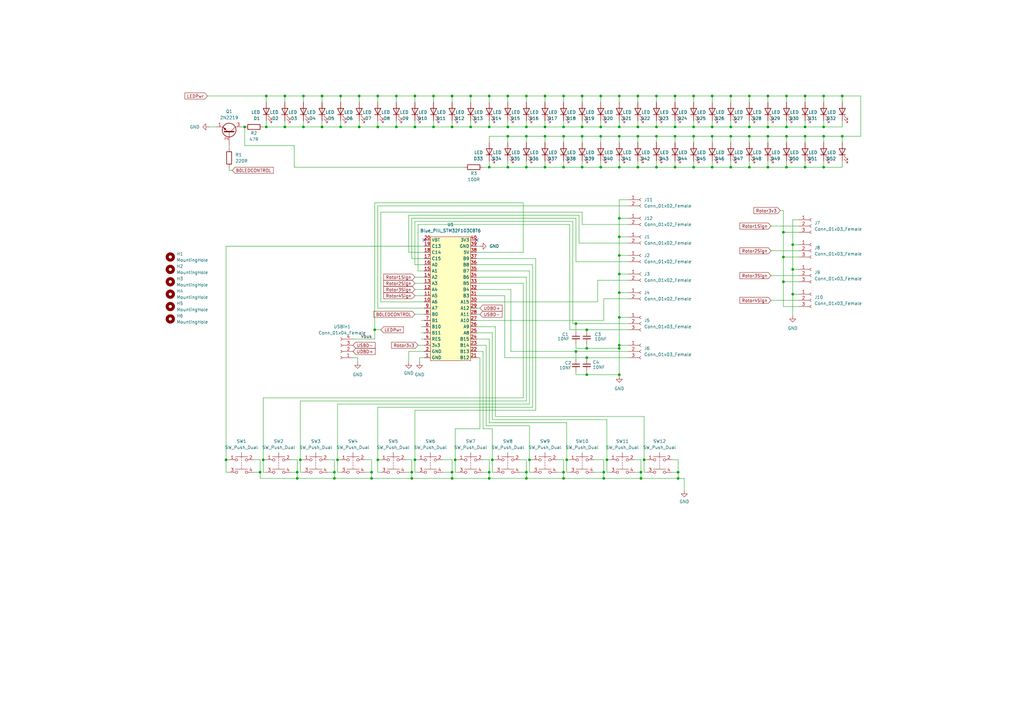
<source format=kicad_sch>
(kicad_sch (version 20211123) (generator eeschema)
  (paper "A3")
  (junction (at 284.48 55.88))
  (junction (at 269.24 52.07))
  (junction (at 261.62 68.58))
  (junction (at 254 97.155))
  (junction (at 238.76 55.88))
  (junction (at 147.32 52.07))
  (junction (at 200.66 68.58))
  (junction (at 322.58 52.07))
  (junction (at 124.46 52.07))
  (junction (at 200.66 39.37))
  (junction (at 307.34 55.88))
  (junction (at 170.18 188.595))
  (junction (at 193.04 52.07))
  (junction (at 321.31 105.41))
  (junction (at 330.2 55.88))
  (junction (at 106.68 193.675))
  (junction (at 232.41 188.595))
  (junction (at 153.67 135.255))
  (junction (at 137.16 196.215))
  (junction (at 123.19 188.595))
  (junction (at 168.91 196.215))
  (junction (at 299.72 39.37))
  (junction (at 215.9 68.58))
  (junction (at 215.9 193.675))
  (junction (at 186.69 188.595))
  (junction (at 278.13 196.215))
  (junction (at 246.38 52.07))
  (junction (at 215.9 39.37))
  (junction (at 269.24 39.37))
  (junction (at 139.7 52.07))
  (junction (at 121.92 193.675))
  (junction (at 217.17 188.595))
  (junction (at 137.16 193.675))
  (junction (at 246.38 55.88))
  (junction (at 246.38 68.58))
  (junction (at 231.14 39.37))
  (junction (at 322.58 68.58))
  (junction (at 314.96 68.58))
  (junction (at 168.91 193.675))
  (junction (at 264.16 188.595))
  (junction (at 223.52 68.58))
  (junction (at 254 52.07))
  (junction (at 223.52 39.37))
  (junction (at 162.56 39.37))
  (junction (at 345.44 39.37))
  (junction (at 247.65 196.215))
  (junction (at 337.82 68.58))
  (junction (at 152.4 193.675))
  (junction (at 154.94 39.37))
  (junction (at 276.86 68.58))
  (junction (at 231.14 52.07))
  (junction (at 238.76 39.37))
  (junction (at 147.32 39.37))
  (junction (at 100.33 52.07))
  (junction (at 262.89 196.215))
  (junction (at 247.65 193.675))
  (junction (at 345.44 55.88))
  (junction (at 307.34 39.37))
  (junction (at 322.58 39.37))
  (junction (at 314.96 52.07))
  (junction (at 254 130.175))
  (junction (at 200.66 193.675))
  (junction (at 307.34 52.07))
  (junction (at 138.43 188.595))
  (junction (at 240.665 135.255))
  (junction (at 170.18 39.37))
  (junction (at 240.665 153.67))
  (junction (at 262.89 193.675))
  (junction (at 337.82 55.88))
  (junction (at 246.38 39.37))
  (junction (at 254 142.875))
  (junction (at 185.42 39.37))
  (junction (at 284.48 52.07))
  (junction (at 325.12 110.49))
  (junction (at 116.84 52.07))
  (junction (at 238.76 68.58))
  (junction (at 170.18 52.07))
  (junction (at 201.93 188.595))
  (junction (at 321.31 95.25))
  (junction (at 254 55.88))
  (junction (at 254 153.67))
  (junction (at 325.12 120.65))
  (junction (at 278.13 193.675))
  (junction (at 254 104.775))
  (junction (at 269.24 55.88))
  (junction (at 276.86 39.37))
  (junction (at 337.82 39.37))
  (junction (at 223.52 52.07))
  (junction (at 152.4 196.215))
  (junction (at 215.9 52.07))
  (junction (at 208.28 68.58))
  (junction (at 240.665 142.875))
  (junction (at 321.31 115.57))
  (junction (at 314.96 39.37))
  (junction (at 231.14 68.58))
  (junction (at 109.22 52.07))
  (junction (at 121.92 196.215))
  (junction (at 215.9 196.215))
  (junction (at 314.96 55.88))
  (junction (at 236.22 144.145))
  (junction (at 292.1 52.07))
  (junction (at 284.48 39.37))
  (junction (at 200.66 196.215))
  (junction (at 330.2 39.37))
  (junction (at 208.28 39.37))
  (junction (at 208.28 52.07))
  (junction (at 231.14 193.675))
  (junction (at 269.24 68.58))
  (junction (at 215.9 55.88))
  (junction (at 200.66 52.07))
  (junction (at 236.22 132.715))
  (junction (at 185.42 193.675))
  (junction (at 299.72 68.58))
  (junction (at 124.46 39.37))
  (junction (at 92.71 188.595))
  (junction (at 177.8 52.07))
  (junction (at 292.1 68.58))
  (junction (at 162.56 52.07))
  (junction (at 292.1 55.88))
  (junction (at 254 141.605))
  (junction (at 261.62 52.07))
  (junction (at 276.86 55.88))
  (junction (at 240.665 146.685))
  (junction (at 238.76 52.07))
  (junction (at 109.22 39.37))
  (junction (at 231.14 196.215))
  (junction (at 185.42 52.07))
  (junction (at 107.95 188.595))
  (junction (at 177.8 39.37))
  (junction (at 248.92 188.595))
  (junction (at 154.94 188.595))
  (junction (at 208.28 55.88))
  (junction (at 223.52 55.88))
  (junction (at 254 39.37))
  (junction (at 254 89.535))
  (junction (at 299.72 55.88))
  (junction (at 116.84 39.37))
  (junction (at 231.14 55.88))
  (junction (at 254 68.58))
  (junction (at 254 112.395))
  (junction (at 254 120.015))
  (junction (at 139.7 39.37))
  (junction (at 284.48 68.58))
  (junction (at 261.62 55.88))
  (junction (at 299.72 52.07))
  (junction (at 330.2 68.58))
  (junction (at 337.82 52.07))
  (junction (at 185.42 196.215))
  (junction (at 261.62 39.37))
  (junction (at 193.04 39.37))
  (junction (at 330.2 52.07))
  (junction (at 322.58 55.88))
  (junction (at 154.94 52.07))
  (junction (at 325.12 100.33))
  (junction (at 276.86 52.07))
  (junction (at 292.1 39.37))
  (junction (at 132.08 39.37))
  (junction (at 132.08 52.07))
  (junction (at 307.34 68.58))
  (no_connect (at 173.99 98.425))
  (no_connect (at 195.58 98.425))
  (wire (pts (xy 353.06 39.37) (xy 353.06 55.88)))
  (wire (pts (xy 276.86 55.88) (xy 284.48 55.88)))
  (wire (pts (xy 231.14 66.04) (xy 231.14 68.58)))
  (wire (pts (xy 243.84 193.675) (xy 247.65 193.675)))
  (wire (pts (xy 264.16 193.675) (xy 265.43 193.675)))
  (wire (pts (xy 321.31 125.73) (xy 327.66 125.73)))
  (wire (pts (xy 316.23 92.71) (xy 327.66 92.71)))
  (wire (pts (xy 238.76 92.075) (xy 238.76 86.995)))
  (wire (pts (xy 170.18 116.205) (xy 173.99 116.205)))
  (wire (pts (xy 196.85 146.685) (xy 195.58 146.685)))
  (wire (pts (xy 139.7 52.07) (xy 147.32 52.07)))
  (wire (pts (xy 213.36 188.595) (xy 215.9 188.595)))
  (wire (pts (xy 193.04 39.37) (xy 193.04 41.91)))
  (wire (pts (xy 231.14 52.07) (xy 238.76 52.07)))
  (wire (pts (xy 325.12 90.17) (xy 327.66 90.17)))
  (wire (pts (xy 284.48 49.53) (xy 284.48 52.07)))
  (wire (pts (xy 325.12 110.49) (xy 325.12 100.33)))
  (wire (pts (xy 262.89 196.215) (xy 278.13 196.215)))
  (wire (pts (xy 181.61 193.675) (xy 185.42 193.675)))
  (wire (pts (xy 107.95 163.195) (xy 214.63 163.195)))
  (wire (pts (xy 236.22 132.715) (xy 236.22 135.89)))
  (wire (pts (xy 243.84 188.595) (xy 247.65 188.595)))
  (wire (pts (xy 238.76 86.995) (xy 156.21 86.995)))
  (wire (pts (xy 292.1 55.88) (xy 292.1 58.42)))
  (wire (pts (xy 238.76 55.88) (xy 246.38 55.88)))
  (wire (pts (xy 264.16 170.815) (xy 264.16 188.595)))
  (wire (pts (xy 219.71 106.045) (xy 219.71 168.275)))
  (wire (pts (xy 186.69 188.595) (xy 186.69 175.895)))
  (wire (pts (xy 247.65 196.215) (xy 262.89 196.215)))
  (wire (pts (xy 254 55.88) (xy 261.62 55.88)))
  (wire (pts (xy 284.48 52.07) (xy 292.1 52.07)))
  (wire (pts (xy 167.64 103.505) (xy 173.99 103.505)))
  (wire (pts (xy 167.64 144.145) (xy 167.64 148.59)))
  (wire (pts (xy 278.13 193.675) (xy 278.13 196.215)))
  (wire (pts (xy 171.45 92.075) (xy 171.45 111.125)))
  (wire (pts (xy 215.9 193.675) (xy 215.9 196.215)))
  (wire (pts (xy 330.2 49.53) (xy 330.2 52.07)))
  (wire (pts (xy 109.22 39.37) (xy 116.84 39.37)))
  (wire (pts (xy 208.28 55.88) (xy 208.28 58.42)))
  (wire (pts (xy 299.72 68.58) (xy 307.34 68.58)))
  (wire (pts (xy 260.35 193.675) (xy 262.89 193.675)))
  (wire (pts (xy 195.58 123.825) (xy 245.11 123.825)))
  (wire (pts (xy 275.59 188.595) (xy 278.13 188.595)))
  (wire (pts (xy 186.69 188.595) (xy 187.96 188.595)))
  (wire (pts (xy 322.58 52.07) (xy 330.2 52.07)))
  (wire (pts (xy 257.81 107.315) (xy 236.22 107.315)))
  (wire (pts (xy 264.16 188.595) (xy 264.16 193.675)))
  (wire (pts (xy 316.23 123.19) (xy 327.66 123.19)))
  (wire (pts (xy 278.13 188.595) (xy 278.13 193.675)))
  (wire (pts (xy 314.96 49.53) (xy 314.96 52.07)))
  (wire (pts (xy 238.76 66.04) (xy 238.76 68.58)))
  (wire (pts (xy 177.8 49.53) (xy 177.8 52.07)))
  (wire (pts (xy 215.9 52.07) (xy 223.52 52.07)))
  (wire (pts (xy 314.96 52.07) (xy 322.58 52.07)))
  (wire (pts (xy 156.21 123.825) (xy 173.99 123.825)))
  (wire (pts (xy 124.46 52.07) (xy 132.08 52.07)))
  (wire (pts (xy 314.96 55.88) (xy 322.58 55.88)))
  (wire (pts (xy 223.52 66.04) (xy 223.52 68.58)))
  (wire (pts (xy 223.52 68.58) (xy 231.14 68.58)))
  (wire (pts (xy 330.2 52.07) (xy 337.82 52.07)))
  (wire (pts (xy 217.17 165.735) (xy 138.43 165.735)))
  (wire (pts (xy 147.32 49.53) (xy 147.32 52.07)))
  (wire (pts (xy 123.19 193.675) (xy 123.19 188.595)))
  (wire (pts (xy 153.67 135.255) (xy 153.67 139.065)))
  (wire (pts (xy 322.58 68.58) (xy 330.2 68.58)))
  (wire (pts (xy 254 52.07) (xy 261.62 52.07)))
  (wire (pts (xy 284.48 66.04) (xy 284.48 68.58)))
  (wire (pts (xy 154.94 126.365) (xy 173.99 126.365)))
  (wire (pts (xy 107.95 52.07) (xy 109.22 52.07)))
  (wire (pts (xy 170.18 118.745) (xy 173.99 118.745)))
  (wire (pts (xy 261.62 52.07) (xy 269.24 52.07)))
  (wire (pts (xy 119.38 193.675) (xy 121.92 193.675)))
  (wire (pts (xy 168.91 188.595) (xy 168.91 193.675)))
  (wire (pts (xy 185.42 39.37) (xy 193.04 39.37)))
  (wire (pts (xy 185.42 196.215) (xy 200.66 196.215)))
  (wire (pts (xy 236.22 152.4) (xy 236.22 153.67)))
  (wire (pts (xy 299.72 55.88) (xy 307.34 55.88)))
  (wire (pts (xy 299.72 55.88) (xy 299.72 58.42)))
  (wire (pts (xy 215.9 55.88) (xy 215.9 58.42)))
  (wire (pts (xy 134.62 188.595) (xy 137.16 188.595)))
  (wire (pts (xy 200.66 52.07) (xy 208.28 52.07)))
  (wire (pts (xy 185.42 193.675) (xy 185.42 196.215)))
  (wire (pts (xy 307.34 39.37) (xy 307.34 41.91)))
  (wire (pts (xy 237.49 88.265) (xy 167.64 88.265)))
  (wire (pts (xy 215.9 196.215) (xy 231.14 196.215)))
  (wire (pts (xy 154.94 84.455) (xy 257.81 84.455)))
  (wire (pts (xy 170.18 168.275) (xy 170.18 188.595)))
  (wire (pts (xy 132.08 39.37) (xy 139.7 39.37)))
  (wire (pts (xy 248.92 193.675) (xy 248.92 188.595)))
  (wire (pts (xy 254 120.015) (xy 257.81 120.015)))
  (wire (pts (xy 254 39.37) (xy 254 41.91)))
  (wire (pts (xy 107.95 193.675) (xy 109.22 193.675)))
  (wire (pts (xy 137.16 193.675) (xy 137.16 196.215)))
  (wire (pts (xy 284.48 39.37) (xy 292.1 39.37)))
  (wire (pts (xy 254 89.535) (xy 254 97.155)))
  (wire (pts (xy 132.08 52.07) (xy 139.7 52.07)))
  (wire (pts (xy 198.12 175.895) (xy 201.93 175.895)))
  (wire (pts (xy 199.39 141.605) (xy 199.39 174.625)))
  (wire (pts (xy 195.58 111.125) (xy 217.17 111.125)))
  (wire (pts (xy 292.1 49.53) (xy 292.1 52.07)))
  (wire (pts (xy 261.62 49.53) (xy 261.62 52.07)))
  (wire (pts (xy 171.45 141.605) (xy 173.99 141.605)))
  (wire (pts (xy 257.81 81.915) (xy 254 81.915)))
  (wire (pts (xy 254 141.605) (xy 257.81 141.605)))
  (wire (pts (xy 261.62 55.88) (xy 261.62 58.42)))
  (wire (pts (xy 134.62 193.675) (xy 137.16 193.675)))
  (wire (pts (xy 107.95 188.595) (xy 107.95 193.675)))
  (wire (pts (xy 181.61 188.595) (xy 185.42 188.595)))
  (wire (pts (xy 238.76 68.58) (xy 246.38 68.58)))
  (wire (pts (xy 170.18 193.675) (xy 171.45 193.675)))
  (wire (pts (xy 152.4 193.675) (xy 152.4 196.215)))
  (wire (pts (xy 238.76 39.37) (xy 238.76 41.91)))
  (wire (pts (xy 321.31 95.25) (xy 321.31 105.41)))
  (wire (pts (xy 116.84 39.37) (xy 124.46 39.37)))
  (wire (pts (xy 240.665 146.685) (xy 240.665 147.32)))
  (wire (pts (xy 207.01 146.685) (xy 207.01 121.285)))
  (wire (pts (xy 219.71 168.275) (xy 170.18 168.275)))
  (wire (pts (xy 269.24 55.88) (xy 276.86 55.88)))
  (wire (pts (xy 231.14 193.675) (xy 231.14 196.215)))
  (wire (pts (xy 223.52 39.37) (xy 231.14 39.37)))
  (wire (pts (xy 254 112.395) (xy 254 120.015)))
  (wire (pts (xy 214.63 103.505) (xy 195.58 103.505)))
  (wire (pts (xy 240.665 135.255) (xy 233.68 135.255)))
  (wire (pts (xy 170.18 121.285) (xy 173.99 121.285)))
  (wire (pts (xy 257.81 122.555) (xy 247.65 122.555)))
  (wire (pts (xy 146.685 146.685) (xy 146.685 148.59)))
  (wire (pts (xy 217.17 174.625) (xy 217.17 188.595)))
  (wire (pts (xy 345.44 39.37) (xy 345.44 41.91)))
  (wire (pts (xy 240.665 146.685) (xy 207.01 146.685)))
  (wire (pts (xy 246.38 39.37) (xy 254 39.37)))
  (wire (pts (xy 337.82 39.37) (xy 345.44 39.37)))
  (wire (pts (xy 177.8 39.37) (xy 185.42 39.37)))
  (wire (pts (xy 154.94 126.365) (xy 154.94 84.455)))
  (wire (pts (xy 149.86 188.595) (xy 152.4 188.595)))
  (wire (pts (xy 123.19 188.595) (xy 123.19 164.465)))
  (wire (pts (xy 139.7 39.37) (xy 139.7 41.91)))
  (wire (pts (xy 162.56 39.37) (xy 170.18 39.37)))
  (wire (pts (xy 240.665 152.4) (xy 240.665 153.67)))
  (wire (pts (xy 215.9 68.58) (xy 223.52 68.58)))
  (wire (pts (xy 208.28 55.88) (xy 215.9 55.88)))
  (wire (pts (xy 250.19 193.675) (xy 248.92 193.675)))
  (wire (pts (xy 337.82 55.88) (xy 337.82 58.42)))
  (wire (pts (xy 247.65 193.675) (xy 247.65 196.215)))
  (wire (pts (xy 236.22 132.715) (xy 234.95 132.715)))
  (wire (pts (xy 232.41 188.595) (xy 233.68 188.595)))
  (wire (pts (xy 152.4 188.595) (xy 152.4 193.675)))
  (wire (pts (xy 170.18 128.905) (xy 173.99 128.905)))
  (wire (pts (xy 236.22 107.315) (xy 236.22 89.535)))
  (wire (pts (xy 254 97.155) (xy 254 104.775)))
  (wire (pts (xy 166.37 188.595) (xy 168.91 188.595)))
  (wire (pts (xy 284.48 55.88) (xy 284.48 58.42)))
  (wire (pts (xy 93.98 69.85) (xy 95.25 69.85)))
  (wire (pts (xy 254 130.175) (xy 257.81 130.175)))
  (wire (pts (xy 231.14 49.53) (xy 231.14 52.07)))
  (wire (pts (xy 193.04 52.07) (xy 200.66 52.07)))
  (wire (pts (xy 261.62 68.58) (xy 269.24 68.58)))
  (wire (pts (xy 195.58 126.365) (xy 196.85 126.365)))
  (wire (pts (xy 325.12 100.33) (xy 325.12 90.17)))
  (wire (pts (xy 237.49 99.695) (xy 237.49 88.265)))
  (wire (pts (xy 186.69 193.675) (xy 186.69 188.595)))
  (wire (pts (xy 172.72 133.985) (xy 173.99 133.985)))
  (wire (pts (xy 198.12 144.145) (xy 198.12 175.895)))
  (wire (pts (xy 85.725 52.07) (xy 88.9 52.07)))
  (wire (pts (xy 276.86 39.37) (xy 276.86 41.91)))
  (wire (pts (xy 314.96 39.37) (xy 314.96 41.91)))
  (wire (pts (xy 123.19 164.465) (xy 215.9 164.465)))
  (wire (pts (xy 275.59 193.675) (xy 278.13 193.675)))
  (wire (pts (xy 278.13 196.215) (xy 280.67 196.215)))
  (wire (pts (xy 116.84 39.37) (xy 116.84 41.91)))
  (wire (pts (xy 162.56 49.53) (xy 162.56 52.07)))
  (wire (pts (xy 172.72 136.525) (xy 173.99 136.525)))
  (wire (pts (xy 262.89 188.595) (xy 262.89 193.675)))
  (wire (pts (xy 257.81 99.695) (xy 237.49 99.695)))
  (wire (pts (xy 166.37 193.675) (xy 168.91 193.675)))
  (wire (pts (xy 92.71 188.595) (xy 92.71 193.675)))
  (wire (pts (xy 104.14 188.595) (xy 106.68 188.595)))
  (wire (pts (xy 269.24 66.04) (xy 269.24 68.58)))
  (wire (pts (xy 208.28 39.37) (xy 215.9 39.37)))
  (wire (pts (xy 200.66 188.595) (xy 200.66 193.675)))
  (wire (pts (xy 177.8 39.37) (xy 177.8 41.91)))
  (wire (pts (xy 330.2 66.04) (xy 330.2 68.58)))
  (wire (pts (xy 173.99 146.685) (xy 172.085 146.685)))
  (wire (pts (xy 107.95 188.595) (xy 109.22 188.595)))
  (wire (pts (xy 245.11 114.935) (xy 257.81 114.935)))
  (wire (pts (xy 218.44 167.005) (xy 154.94 167.005)))
  (wire (pts (xy 240.665 153.67) (xy 254 153.67)))
  (wire (pts (xy 322.58 55.88) (xy 330.2 55.88)))
  (wire (pts (xy 203.2 170.815) (xy 264.16 170.815)))
  (wire (pts (xy 257.81 146.685) (xy 240.665 146.685)))
  (wire (pts (xy 185.42 39.37) (xy 185.42 41.91)))
  (wire (pts (xy 208.28 66.04) (xy 208.28 68.58)))
  (wire (pts (xy 233.68 92.075) (xy 171.45 92.075)))
  (wire (pts (xy 337.82 52.07) (xy 345.44 52.07)))
  (wire (pts (xy 168.91 89.535) (xy 168.91 106.045)))
  (wire (pts (xy 132.08 39.37) (xy 132.08 41.91)))
  (wire (pts (xy 223.52 55.88) (xy 223.52 58.42)))
  (wire (pts (xy 109.22 52.07) (xy 116.84 52.07)))
  (wire (pts (xy 276.86 68.58) (xy 284.48 68.58)))
  (wire (pts (xy 215.9 39.37) (xy 223.52 39.37)))
  (wire (pts (xy 314.96 39.37) (xy 322.58 39.37)))
  (wire (pts (xy 260.35 188.595) (xy 262.89 188.595)))
  (wire (pts (xy 217.17 188.595) (xy 218.44 188.595)))
  (wire (pts (xy 320.04 86.36) (xy 321.31 86.36)))
  (wire (pts (xy 257.81 92.075) (xy 238.76 92.075)))
  (wire (pts (xy 228.6 188.595) (xy 231.14 188.595)))
  (wire (pts (xy 215.9 164.465) (xy 215.9 113.665)))
  (wire (pts (xy 121.92 196.215) (xy 137.16 196.215)))
  (wire (pts (xy 269.24 39.37) (xy 276.86 39.37)))
  (wire (pts (xy 195.58 106.045) (xy 219.71 106.045)))
  (wire (pts (xy 233.68 193.675) (xy 232.41 193.675)))
  (wire (pts (xy 232.41 193.675) (xy 232.41 188.595)))
  (wire (pts (xy 215.9 55.88) (xy 223.52 55.88)))
  (wire (pts (xy 170.18 39.37) (xy 177.8 39.37)))
  (wire (pts (xy 214.63 83.185) (xy 214.63 103.505)))
  (wire (pts (xy 170.18 49.53) (xy 170.18 52.07)))
  (wire (pts (xy 345.44 66.04) (xy 345.44 68.58)))
  (wire (pts (xy 322.58 66.04) (xy 322.58 68.58)))
  (wire (pts (xy 321.31 105.41) (xy 327.66 105.41)))
  (wire (pts (xy 198.12 193.675) (xy 200.66 193.675)))
  (wire (pts (xy 177.8 52.07) (xy 185.42 52.07)))
  (wire (pts (xy 200.66 196.215) (xy 215.9 196.215)))
  (wire (pts (xy 186.69 175.895) (xy 196.85 175.895)))
  (wire (pts (xy 231.14 55.88) (xy 238.76 55.88)))
  (wire (pts (xy 322.58 55.88) (xy 322.58 58.42)))
  (wire (pts (xy 299.72 49.53) (xy 299.72 52.07)))
  (wire (pts (xy 325.12 120.65) (xy 325.12 110.49)))
  (wire (pts (xy 276.86 39.37) (xy 284.48 39.37)))
  (wire (pts (xy 172.72 139.065) (xy 173.99 139.065)))
  (wire (pts (xy 330.2 39.37) (xy 330.2 41.91)))
  (wire (pts (xy 322.58 49.53) (xy 322.58 52.07)))
  (wire (pts (xy 170.18 52.07) (xy 177.8 52.07)))
  (wire (pts (xy 124.46 39.37) (xy 124.46 41.91)))
  (wire (pts (xy 124.46 49.53) (xy 124.46 52.07)))
  (wire (pts (xy 209.55 118.745) (xy 195.58 118.745)))
  (wire (pts (xy 307.34 39.37) (xy 314.96 39.37)))
  (wire (pts (xy 207.01 121.285) (xy 195.58 121.285)))
  (wire (pts (xy 154.94 188.595) (xy 154.94 193.675)))
  (wire (pts (xy 254 142.875) (xy 254 153.67)))
  (wire (pts (xy 200.66 55.88) (xy 208.28 55.88)))
  (wire (pts (xy 262.89 193.675) (xy 262.89 196.215)))
  (wire (pts (xy 93.98 59.69) (xy 93.98 60.96)))
  (wire (pts (xy 208.28 52.07) (xy 215.9 52.07)))
  (wire (pts (xy 292.1 39.37) (xy 299.72 39.37)))
  (wire (pts (xy 299.72 39.37) (xy 307.34 39.37)))
  (wire (pts (xy 246.38 52.07) (xy 254 52.07)))
  (wire (pts (xy 254 81.915) (xy 254 89.535)))
  (wire (pts (xy 170.18 113.665) (xy 173.99 113.665)))
  (wire (pts (xy 154.94 188.595) (xy 156.21 188.595)))
  (wire (pts (xy 307.34 49.53) (xy 307.34 52.07)))
  (wire (pts (xy 231.14 55.88) (xy 231.14 58.42)))
  (wire (pts (xy 246.38 66.04) (xy 246.38 68.58)))
  (wire (pts (xy 246.38 68.58) (xy 254 68.58)))
  (wire (pts (xy 92.71 193.675) (xy 93.98 193.675)))
  (wire (pts (xy 280.67 196.215) (xy 280.67 201.295)))
  (wire (pts (xy 246.38 55.88) (xy 254 55.88)))
  (wire (pts (xy 307.34 66.04) (xy 307.34 68.58)))
  (wire (pts (xy 215.9 39.37) (xy 215.9 41.91)))
  (wire (pts (xy 167.64 144.145) (xy 173.99 144.145)))
  (wire (pts (xy 213.36 193.675) (xy 215.9 193.675)))
  (wire (pts (xy 153.67 83.185) (xy 153.67 135.255)))
  (wire (pts (xy 238.76 52.07) (xy 246.38 52.07)))
  (wire (pts (xy 109.22 39.37) (xy 109.22 41.91)))
  (wire (pts (xy 100.33 59.69) (xy 100.33 52.07)))
  (wire (pts (xy 325.12 100.33) (xy 327.66 100.33)))
  (wire (pts (xy 208.28 68.58) (xy 215.9 68.58)))
  (wire (pts (xy 200.66 55.88) (xy 200.66 58.42)))
  (wire (pts (xy 238.76 49.53) (xy 238.76 52.07)))
  (wire (pts (xy 245.11 123.825) (xy 245.11 114.935)))
  (wire (pts (xy 325.12 110.49) (xy 327.66 110.49)))
  (wire (pts (xy 299.72 66.04) (xy 299.72 68.58)))
  (wire (pts (xy 149.86 193.675) (xy 152.4 193.675)))
  (wire (pts (xy 109.22 49.53) (xy 109.22 52.07)))
  (wire (pts (xy 120.65 68.58) (xy 120.65 59.69)))
  (wire (pts (xy 316.23 102.87) (xy 327.66 102.87)))
  (wire (pts (xy 321.31 105.41) (xy 321.31 115.57)))
  (wire (pts (xy 170.18 108.585) (xy 173.99 108.585)))
  (wire (pts (xy 254 141.605) (xy 254 142.875)))
  (wire (pts (xy 254 49.53) (xy 254 52.07)))
  (wire (pts (xy 138.43 165.735) (xy 138.43 188.595)))
  (wire (pts (xy 195.58 136.525) (xy 201.93 136.525)))
  (wire (pts (xy 292.1 68.58) (xy 299.72 68.58)))
  (wire (pts (xy 154.94 193.675) (xy 156.21 193.675)))
  (wire (pts (xy 195.58 128.905) (xy 196.85 128.905)))
  (wire (pts (xy 201.93 188.595) (xy 201.93 193.675)))
  (wire (pts (xy 236.22 142.875) (xy 240.665 142.875)))
  (wire (pts (xy 124.46 39.37) (xy 132.08 39.37)))
  (wire (pts (xy 257.81 132.715) (xy 236.22 132.715)))
  (wire (pts (xy 292.1 55.88) (xy 299.72 55.88)))
  (wire (pts (xy 254 104.775) (xy 257.81 104.775)))
  (wire (pts (xy 173.99 100.965) (xy 92.71 100.965)))
  (wire (pts (xy 200.66 66.04) (xy 200.66 68.58)))
  (wire (pts (xy 247.65 122.555) (xy 247.65 131.445)))
  (wire (pts (xy 240.665 135.255) (xy 240.665 135.89)))
  (wire (pts (xy 195.58 133.985) (xy 203.2 133.985)))
  (wire (pts (xy 269.24 39.37) (xy 269.24 41.91)))
  (wire (pts (xy 223.52 55.88) (xy 231.14 55.88)))
  (wire (pts (xy 215.9 188.595) (xy 215.9 193.675)))
  (wire (pts (xy 201.93 188.595) (xy 203.2 188.595)))
  (wire (pts (xy 248.92 172.085) (xy 201.93 172.085)))
  (wire (pts (xy 201.93 175.895) (xy 201.93 188.595)))
  (wire (pts (xy 154.94 52.07) (xy 162.56 52.07)))
  (wire (pts (xy 299.72 52.07) (xy 307.34 52.07)))
  (wire (pts (xy 168.91 106.045) (xy 173.99 106.045)))
  (wire (pts (xy 168.91 193.675) (xy 168.91 196.215)))
  (wire (pts (xy 170.18 39.37) (xy 170.18 41.91)))
  (wire (pts (xy 276.86 52.07) (xy 284.48 52.07)))
  (wire (pts (xy 185.42 49.53) (xy 185.42 52.07)))
  (wire (pts (xy 231.14 188.595) (xy 231.14 193.675)))
  (wire (pts (xy 147.32 52.07) (xy 154.94 52.07)))
  (wire (pts (xy 200.66 193.675) (xy 200.66 196.215)))
  (wire (pts (xy 121.92 193.675) (xy 121.92 196.215)))
  (wire (pts (xy 200.66 39.37) (xy 208.28 39.37)))
  (wire (pts (xy 261.62 39.37) (xy 269.24 39.37)))
  (wire (pts (xy 330.2 39.37) (xy 337.82 39.37)))
  (wire (pts (xy 85.09 39.37) (xy 109.22 39.37)))
  (wire (pts (xy 345.44 49.53) (xy 345.44 52.07)))
  (wire (pts (xy 264.16 188.595) (xy 265.43 188.595)))
  (wire (pts (xy 195.58 141.605) (xy 199.39 141.605)))
  (wire (pts (xy 208.28 49.53) (xy 208.28 52.07)))
  (wire (pts (xy 215.9 49.53) (xy 215.9 52.07)))
  (wire (pts (xy 139.7 49.53) (xy 139.7 52.07)))
  (wire (pts (xy 236.22 140.97) (xy 236.22 142.875)))
  (wire (pts (xy 106.68 193.675) (xy 106.68 196.215)))
  (wire (pts (xy 123.19 188.595) (xy 124.46 188.595)))
  (wire (pts (xy 345.44 39.37) (xy 353.06 39.37)))
  (wire (pts (xy 116.84 52.07) (xy 124.46 52.07)))
  (wire (pts (xy 195.58 116.205) (xy 214.63 116.205)))
  (wire (pts (xy 156.21 86.995) (xy 156.21 123.825)))
  (wire (pts (xy 322.58 39.37) (xy 322.58 41.91)))
  (wire (pts (xy 172.085 146.685) (xy 172.085 148.59)))
  (wire (pts (xy 284.48 68.58) (xy 292.1 68.58)))
  (wire (pts (xy 138.43 188.595) (xy 139.7 188.595)))
  (wire (pts (xy 154.94 39.37) (xy 154.94 41.91)))
  (wire (pts (xy 154.94 49.53) (xy 154.94 52.07)))
  (wire (pts (xy 234.95 90.805) (xy 170.18 90.805)))
  (wire (pts (xy 231.14 39.37) (xy 238.76 39.37)))
  (wire (pts (xy 314.96 66.04) (xy 314.96 68.58)))
  (wire (pts (xy 171.45 111.125) (xy 173.99 111.125)))
  (wire (pts (xy 314.96 68.58) (xy 322.58 68.58)))
  (wire (pts (xy 170.18 188.595) (xy 171.45 188.595)))
  (wire (pts (xy 330.2 55.88) (xy 337.82 55.88)))
  (wire (pts (xy 321.31 95.25) (xy 327.66 95.25)))
  (wire (pts (xy 261.62 66.04) (xy 261.62 68.58)))
  (wire (pts (xy 254 120.015) (xy 254 130.175)))
  (wire (pts (xy 307.34 52.07) (xy 314.96 52.07)))
  (wire (pts (xy 292.1 39.37) (xy 292.1 41.91)))
  (wire (pts (xy 215.9 113.665) (xy 195.58 113.665)))
  (wire (pts (xy 203.2 133.985) (xy 203.2 170.815)))
  (wire (pts (xy 337.82 55.88) (xy 345.44 55.88)))
  (wire (pts (xy 167.64 88.265) (xy 167.64 103.505)))
  (wire (pts (xy 248.92 188.595) (xy 250.19 188.595)))
  (wire (pts (xy 185.42 52.07) (xy 193.04 52.07)))
  (wire (pts (xy 209.55 144.145) (xy 209.55 118.745)))
  (wire (pts (xy 196.85 175.895) (xy 196.85 146.685)))
  (wire (pts (xy 107.95 163.195) (xy 107.95 188.595)))
  (wire (pts (xy 172.72 131.445) (xy 173.99 131.445)))
  (wire (pts (xy 269.24 52.07) (xy 276.86 52.07)))
  (wire (pts (xy 200.66 49.53) (xy 200.66 52.07)))
  (wire (pts (xy 147.32 39.37) (xy 147.32 41.91)))
  (wire (pts (xy 231.14 68.58) (xy 238.76 68.58)))
  (wire (pts (xy 215.9 66.04) (xy 215.9 68.58)))
  (wire (pts (xy 284.48 55.88) (xy 292.1 55.88)))
  (wire (pts (xy 247.65 188.595) (xy 247.65 193.675)))
  (wire (pts (xy 316.23 113.03) (xy 327.66 113.03)))
  (wire (pts (xy 228.6 193.675) (xy 231.14 193.675)))
  (wire (pts (xy 153.67 135.255) (xy 156.21 135.255)))
  (wire (pts (xy 195.58 108.585) (xy 218.44 108.585)))
  (wire (pts (xy 223.52 39.37) (xy 223.52 41.91)))
  (wire (pts (xy 233.68 135.255) (xy 233.68 92.075)))
  (wire (pts (xy 284.48 39.37) (xy 284.48 41.91)))
  (wire (pts (xy 330.2 68.58) (xy 337.82 68.58)))
  (wire (pts (xy 92.71 188.595) (xy 93.98 188.595)))
  (wire (pts (xy 330.2 55.88) (xy 330.2 58.42)))
  (wire (pts (xy 345.44 55.88) (xy 345.44 58.42)))
  (wire (pts (xy 195.58 144.145) (xy 198.12 144.145)))
  (wire (pts (xy 200.66 39.37) (xy 200.66 41.91)))
  (wire (pts (xy 198.12 68.58) (xy 200.66 68.58)))
  (wire (pts (xy 139.7 39.37) (xy 147.32 39.37)))
  (wire (pts (xy 106.68 196.215) (xy 121.92 196.215)))
  (wire (pts (xy 307.34 68.58) (xy 314.96 68.58)))
  (wire (pts (xy 240.665 142.875) (xy 254 142.875)))
  (wire (pts (xy 269.24 68.58) (xy 276.86 68.58)))
  (wire (pts (xy 254 39.37) (xy 261.62 39.37)))
  (wire (pts (xy 276.86 55.88) (xy 276.86 58.42)))
  (wire (pts (xy 276.86 66.04) (xy 276.86 68.58)))
  (wire (pts (xy 217.17 188.595) (xy 217.17 193.675)))
  (wire (pts (xy 199.39 174.625) (xy 217.17 174.625)))
  (wire (pts (xy 292.1 52.07) (xy 299.72 52.07)))
  (wire (pts (xy 147.32 39.37) (xy 154.94 39.37)))
  (wire (pts (xy 218.44 108.585) (xy 218.44 167.005)))
  (wire (pts (xy 201.93 193.675) (xy 203.2 193.675)))
  (wire (pts (xy 119.38 188.595) (xy 121.92 188.595)))
  (wire (pts (xy 201.93 172.085) (xy 201.93 136.525)))
  (wire (pts (xy 104.14 193.675) (xy 106.68 193.675)))
  (wire (pts (xy 144.78 139.065) (xy 153.67 139.065)))
  (wire (pts (xy 254 153.67) (xy 254 154.305)))
  (wire (pts (xy 269.24 55.88) (xy 269.24 58.42)))
  (wire (pts (xy 170.18 90.805) (xy 170.18 108.585)))
  (wire (pts (xy 162.56 39.37) (xy 162.56 41.91)))
  (wire (pts (xy 246.38 39.37) (xy 246.38 41.91)))
  (wire (pts (xy 217.17 193.675) (xy 218.44 193.675)))
  (wire (pts (xy 299.72 39.37) (xy 299.72 41.91)))
  (wire (pts (xy 223.52 52.07) (xy 231.14 52.07)))
  (wire (pts (xy 345.44 55.88) (xy 353.06 55.88)))
  (wire (pts (xy 198.12 188.595) (xy 200.66 188.595)))
  (wire (pts (xy 208.28 39.37) (xy 208.28 41.91)))
  (wire (pts (xy 232.41 188.595) (xy 232.41 173.355)))
  (wire (pts (xy 185.42 188.595) (xy 185.42 193.675)))
  (wire (pts (xy 214.63 116.205) (xy 214.63 163.195)))
  (wire (pts (xy 93.98 68.58) (xy 93.98 69.85)))
  (wire (pts (xy 193.04 39.37) (xy 200.66 39.37)))
  (wire (pts (xy 137.16 196.215) (xy 152.4 196.215)))
  (wire (pts (xy 132.08 49.53) (xy 132.08 52.07)))
  (wire (pts (xy 321.31 115.57) (xy 321.31 125.73)))
  (wire (pts (xy 217.17 111.125) (xy 217.17 165.735)))
  (wire (pts (xy 231.14 39.37) (xy 231.14 41.91)))
  (wire (pts (xy 116.84 49.53) (xy 116.84 52.07)))
  (wire (pts (xy 120.65 59.69) (xy 100.33 59.69)))
  (wire (pts (xy 246.38 49.53) (xy 246.38 52.07)))
  (wire (pts (xy 261.62 55.88) (xy 269.24 55.88)))
  (wire (pts (xy 246.38 55.88) (xy 246.38 58.42)))
  (wire (pts (xy 195.58 100.965) (xy 196.85 100.965)))
  (wire (pts (xy 314.96 55.88) (xy 314.96 58.42)))
  (wire (pts (xy 236.22 153.67) (xy 240.665 153.67)))
  (wire (pts (xy 193.04 49.53) (xy 193.04 52.07)))
  (wire (pts (xy 200.66 173.355) (xy 200.66 139.065)))
  (wire (pts (xy 232.41 173.355) (xy 200.66 173.355)))
  (wire (pts (xy 254 130.175) (xy 254 141.605)))
  (wire (pts (xy 337.82 39.37) (xy 337.82 41.91)))
  (wire (pts (xy 254 89.535) (xy 257.81 89.535)))
  (wire (pts (xy 257.81 144.145) (xy 236.22 144.145)))
  (wire (pts (xy 337.82 66.04) (xy 337.82 68.58)))
  (wire (pts (xy 257.81 135.255) (xy 240.665 135.255)))
  (wire (pts (xy 99.06 52.07) (xy 100.33 52.07)))
  (wire (pts (xy 254 104.775) (xy 254 112.395)))
  (wire (pts (xy 200.66 68.58) (xy 208.28 68.58)))
  (wire (pts (xy 138.43 188.595) (xy 138.43 193.675)))
  (wire (pts (xy 190.5 68.58) (xy 120.65 68.58)))
  (wire (pts (xy 137.16 188.595) (xy 137.16 193.675)))
  (wire (pts (xy 238.76 39.37) (xy 246.38 39.37)))
  (wire (pts (xy 236.22 89.535) (xy 168.91 89.535)))
  (wire (pts (xy 254 112.395) (xy 257.81 112.395)))
  (wire (pts (xy 337.82 68.58) (xy 345.44 68.58)))
  (wire (pts (xy 154.94 39.37) (xy 162.56 39.37)))
  (wire (pts (xy 154.94 167.005) (xy 154.94 188.595)))
  (wire (pts (xy 236.22 144.145) (xy 236.22 147.32)))
  (wire (pts (xy 247.65 131.445) (xy 195.58 131.445)))
  (wire (pts (xy 138.43 193.675) (xy 139.7 193.675)))
  (wire (pts (xy 337.82 49.53) (xy 337.82 52.07)))
  (wire (pts (xy 153.67 83.185) (xy 214.63 83.185)))
  (wire (pts (xy 106.68 188.595) (xy 106.68 193.675)))
  (wire (pts (xy 322.58 39.37) (xy 330.2 39.37)))
  (wire (pts (xy 321.31 115.57) (xy 327.66 115.57)))
  (wire (pts (xy 200.66 139.065) (xy 195.58 139.065)))
  (wire (pts (xy 307.34 55.88) (xy 314.96 55.88)))
  (wire (pts (xy 187.96 193.675) (xy 186.69 193.675)))
  (wire (pts (xy 248.92 188.595) (xy 248.92 172.085)))
  (wire (pts (xy 240.665 140.97) (xy 240.665 142.875)))
  (wire (pts (xy 321.31 86.36) (xy 321.31 95.25)))
  (wire (pts (xy 144.78 146.685) (xy 146.685 146.685)))
  (wire (pts (xy 261.62 39.37) (xy 261.62 41.91)))
  (wire (pts (xy 276.86 49.53) (xy 276.86 52.07)))
  (wire (pts (xy 254 68.58) (xy 261.62 68.58)))
  (wire (pts (xy 307.34 55.88) (xy 307.34 58.42)))
  (wire (pts (xy 257.81 97.155) (xy 254 97.155)))
  (wire (pts (xy 292.1 66.04) (xy 292.1 68.58)))
  (wire (pts (xy 121.92 188.595) (xy 121.92 193.675)))
  (wire (pts (xy 168.91 196.215) (xy 185.42 196.215)))
  (wire (pts (xy 124.46 193.675) (xy 123.19 193.675)))
  (wire (pts (xy 231.14 196.215) (xy 247.65 196.215)))
  (wire (pts (xy 325.12 120.65) (xy 327.66 120.65)))
  (wire (pts (xy 254 66.04) (xy 254 68.58)))
  (wire (pts (xy 325.12 129.54) (xy 325.12 120.65)))
  (wire (pts (xy 152.4 196.215) (xy 168.91 196.215)))
  (wire (pts (xy 92.71 100.965) (xy 92.71 188.595)))
  (wire (pts (xy 170.18 188.595) (xy 170.18 193.675)))
  (wire (pts (xy 269.24 49.53) (xy 269.24 52.07)))
  (wire (pts (xy 223.52 49.53) (xy 223.52 52.07)))
  (wire (pts (xy 238.76 55.88) (xy 238.76 58.42)))
  (wire (pts (xy 254 55.88) (xy 254 58.42)))
  (wire (pts (xy 234.95 132.715) (xy 234.95 90.805)))
  (wire (pts (xy 236.22 144.145) (xy 209.55 144.145)))
  (wire (pts (xy 162.56 52.07) (xy 170.18 52.07)))
  (label "Vbus" (at 147.955 139.065 0))
  (global_label "UDBD+" (shape input) (at 196.85 126.365 0) (property "Intersheet References" "${INTERSHEET_REFS}" (effects hide)))
  (global_label "Rotor3Sign" (shape input) (at 170.18 118.745 180) (property "Intersheet References" "${INTERSHEET_REFS}" (effects hide)))
  (global_label "Rotor2Sign" (shape input) (at 170.18 116.205 180) (property "Intersheet References" "${INTERSHEET_REFS}" (effects hide)))
  (global_label "Rotor3Sign" (shape input) (at 316.23 113.03 180) (property "Intersheet References" "${INTERSHEET_REFS}" (effects hide)))
  (global_label "Rotor3v3" (shape input) (at 320.04 86.36 180) (property "Intersheet References" "${INTERSHEET_REFS}" (effects hide)))
  (global_label "USBD-" (shape input) (at 144.78 141.605 0) (property "Intersheet References" "${INTERSHEET_REFS}" (effects hide)))
  (global_label "LEDPwr" (shape input) (at 85.09 39.37 180) (property "Intersheet References" "${INTERSHEET_REFS}" (effects hide)))
  (global_label "B0LEDCONTROL" (shape input) (at 170.18 128.905 180) (property "Intersheet References" "${INTERSHEET_REFS}" (effects hide)))
  (global_label "B0LEDCONTROL" (shape input) (at 95.25 69.85 0) (property "Intersheet References" "${INTERSHEET_REFS}" (effects hide)))
  (global_label "Rotor1Sign" (shape input) (at 170.18 113.665 180) (property "Intersheet References" "${INTERSHEET_REFS}" (effects hide)))
  (global_label "USBD-" (shape input) (at 196.85 128.905 0) (property "Intersheet References" "${INTERSHEET_REFS}" (effects hide)))
  (global_label "Rotor4Sign" (shape input) (at 316.23 123.19 180) (property "Intersheet References" "${INTERSHEET_REFS}" (effects hide)))
  (global_label "UDBD+" (shape input) (at 144.78 144.145 0) (property "Intersheet References" "${INTERSHEET_REFS}" (effects hide)))
  (global_label "Rotor4Sign" (shape input) (at 170.18 121.285 180) (property "Intersheet References" "${INTERSHEET_REFS}" (effects hide)))
  (global_label "Rotor1Sign" (shape input) (at 316.23 92.71 180) (property "Intersheet References" "${INTERSHEET_REFS}" (effects hide)))
  (global_label "LEDPwr" (shape input) (at 156.21 135.255 0) (property "Intersheet References" "${INTERSHEET_REFS}" (effects hide)))
  (global_label "Rotor3v3" (shape input) (at 171.45 141.605 180) (property "Intersheet References" "${INTERSHEET_REFS}" (effects hide)))
  (global_label "Rotor2Sign" (shape input) (at 316.23 102.87 180) (property "Intersheet References" "${INTERSHEET_REFS}" (effects hide)))
  (symbol (lib_id "Device:LED") (at 200.66 45.72 90) (unit 1)
    (property "Reference" "D13" (at 198.12 48.5776 90) (effects (justify left)))
    (property "Value" "LED" (at 198.12 46.0376 90) (effects (justify left)))
    (property "Footprint" "LED_SMD:LED_0805_2012Metric" (effects hide))
    (property "JLC#" "C110099" (effects hide))
  )
  (symbol (lib_id "Connector:Conn_01x04_Female") (at 139.7 144.145 180) (unit 1)
    (property "Reference" "USBin1" (at 140.335 133.985 0))
    (property "Value" "Conn_01x04_Female" (at 140.335 136.525 0))
    (property "Footprint" "Connector_JST:JST_EH_B4B-EH-A_1x04_P2.50mm_Vertical" (effects hide))
  )
  (symbol (lib_id "Device:LED") (at 246.38 45.72 90) (unit 1)
    (property "Reference" "D19" (at 243.84 48.5776 90) (effects (justify left)))
    (property "Value" "LED" (at 243.84 46.0376 90) (effects (justify left)))
    (property "Footprint" "LED_SMD:LED_0805_2012Metric" (effects hide))
    (property "JLC#" "C110099" (effects hide))
  )
  (symbol (lib_id "Device:LED") (at 299.72 62.23 90) (unit 1)
    (property "Reference" "D46" (at 297.18 65.0876 90) (effects (justify left)))
    (property "Value" "LED" (at 297.18 62.5476 90) (effects (justify left)))
    (property "Footprint" "LED_SMD:LED_0805_2012Metric" (effects hide))
    (property "JLC#" "C110099" (effects hide))
  )
  (symbol (lib_id "Device:LED") (at 261.62 45.72 90) (unit 1)
    (property "Reference" "D21" (at 259.08 48.5776 90) (effects (justify left)))
    (property "Value" "LED" (at 259.08 46.0376 90) (effects (justify left)))
    (property "Footprint" "LED_SMD:LED_0805_2012Metric" (effects hide))
    (property "JLC#" "C110099" (effects hide))
  )
  (symbol (lib_id "Device:LED") (at 124.46 45.72 90) (unit 1)
    (property "Reference" "D3" (at 121.92 48.5776 90) (effects (justify left)))
    (property "Value" "LED" (at 121.92 46.0376 90) (effects (justify left)))
    (property "Footprint" "LED_SMD:LED_0805_2012Metric" (effects hide))
    (property "JLC#" "C110099" (effects hide))
  )
  (symbol (lib_id "Device:LED") (at 170.18 45.72 90) (unit 1)
    (property "Reference" "D9" (at 167.64 48.5776 90) (effects (justify left)))
    (property "Value" "LED" (at 167.64 46.0376 90) (effects (justify left)))
    (property "Footprint" "LED_SMD:LED_0805_2012Metric" (effects hide))
    (property "JLC#" "C110099" (effects hide))
  )
  (symbol (lib_id "Switch:SW_Push_Dual") (at 238.76 188.595 0) (unit 1)
    (property "Reference" "SW10" (at 238.76 180.975 0))
    (property "Value" "SW_Push_Dual" (at 238.76 183.515 0))
    (property "Footprint" "Button_Switch_THT:SW_PUSH-12mm_Wuerth-430476085716" (effects hide))
  )
  (symbol (lib_id "Switch:SW_Push_Dual") (at 270.51 188.595 0) (unit 1)
    (property "Reference" "SW12" (at 270.51 180.975 0))
    (property "Value" "SW_Push_Dual" (at 270.51 183.515 0))
    (property "Footprint" "Button_Switch_THT:SW_PUSH-12mm_Wuerth-430476085716" (effects hide))
  )
  (symbol (lib_id "Mechanical:MountingHole") (at 69.85 120.65 0) (unit 1)
    (property "Reference" "H4" (at 72.39 119.3799 0) (effects (justify left)))
    (property "Value" "MountingHole" (at 72.39 121.9199 0) (effects (justify left)))
    (property "Footprint" "MountingHole:MountingHole_2.2mm_M2" (effects hide))
  )
  (symbol (lib_id "Device:LED") (at 200.66 62.23 90) (unit 1)
    (property "Reference" "D33" (at 198.12 65.0876 90) (effects (justify left)))
    (property "Value" "LED" (at 198.12 62.5476 90) (effects (justify left)))
    (property "Footprint" "LED_SMD:LED_0805_2012Metric" (effects hide))
    (property "JLC#" "C110099" (effects hide))
  )
  (symbol (lib_id "Device:R") (at 93.98 64.77 180) (unit 1)
    (property "Reference" "R1" (at 96.52 63.4999 0) (effects (justify right)))
    (property "Value" "220R" (at 96.52 66.0399 0) (effects (justify right)))
    (property "Footprint" "Resistor_THT:R_Axial_DIN0207_L6.3mm_D2.5mm_P10.16mm_Horizontal" (effects hide))
  )
  (symbol (lib_id "Mechanical:MountingHole") (at 69.85 105.41 0) (unit 1)
    (property "Reference" "H1" (at 72.39 104.1399 0) (effects (justify left)))
    (property "Value" "MountingHole" (at 72.39 106.6799 0) (effects (justify left)))
    (property "Footprint" "MountingHole:MountingHole_2.2mm_M2" (effects hide))
  )
  (symbol (lib_id "Device:C_Small") (at 240.665 149.86 0) (unit 1)
    (property "Reference" "C4" (at 243.078 148.59 0) (effects (justify left)))
    (property "Value" "10NF" (at 243.078 150.622 0) (effects (justify left)))
    (property "Footprint" "Capacitor_SMD:C_0805_2012Metric" (effects hide))
  )
  (symbol (lib_id "Switch:SW_Push_Dual") (at 176.53 188.595 0) (unit 1)
    (property "Reference" "SW6" (at 176.53 180.975 0))
    (property "Value" "SW_Push_Dual" (at 176.53 183.515 0))
    (property "Footprint" "Button_Switch_THT:SW_PUSH-12mm_Wuerth-430476085716" (effects hide))
  )
  (symbol (lib_id "Device:LED") (at 193.04 45.72 90) (unit 1)
    (property "Reference" "D12" (at 190.5 48.5776 90) (effects (justify left)))
    (property "Value" "LED" (at 190.5 46.0376 90) (effects (justify left)))
    (property "Footprint" "LED_SMD:LED_0805_2012Metric" (effects hide))
    (property "JLC#" "C110099" (effects hide))
  )
  (symbol (lib_id "power:GND") (at 280.67 201.295 0) (unit 1)
    (property "Reference" "#PWR0103" (effects hide))
    (property "Value" "GND" (at 280.67 205.74 0))
  )
  (symbol (lib_id "MCU_Module:Blue_Pill_STM32F103C8T6") (at 184.15 128.905 90) (unit 1)
    (property "Reference" "U1" (at 184.785 92.075 90))
    (property "Value" "Blue_Pill_STM32F103C8T6" (at 184.785 94.615 90))
    (property "Footprint" "Custom_Components:Blue_Pill_STM32F103C8T6" (effects hide))
  )
  (symbol (lib_id "Device:LED") (at 337.82 45.72 90) (unit 1)
    (property "Reference" "D31" (at 335.28 48.5776 90) (effects (justify left)))
    (property "Value" "LED" (at 335.28 46.0376 90) (effects (justify left)))
    (property "Footprint" "LED_SMD:LED_0805_2012Metric" (effects hide))
    (property "JLC#" "C110099" (effects hide))
  )
  (symbol (lib_id "Device:LED") (at 345.44 45.72 90) (unit 1)
    (property "Reference" "D32" (at 342.9 48.5776 90) (effects (justify left)))
    (property "Value" "LED" (at 342.9 46.0376 90) (effects (justify left)))
    (property "Footprint" "LED_SMD:LED_0805_2012Metric" (effects hide))
    (property "JLC#" "C110099" (effects hide))
  )
  (symbol (lib_id "Mechanical:MountingHole") (at 69.85 130.81 0) (unit 1)
    (property "Reference" "H6" (at 72.39 129.5399 0) (effects (justify left)))
    (property "Value" "MountingHole" (at 72.39 132.0799 0) (effects (justify left)))
    (property "Footprint" "MountingHole:MountingHole_2.2mm_M2" (effects hide))
  )
  (symbol (lib_id "Device:LED") (at 254 62.23 90) (unit 1)
    (property "Reference" "D40" (at 251.46 65.0876 90) (effects (justify left)))
    (property "Value" "LED" (at 251.46 62.5476 90) (effects (justify left)))
    (property "Footprint" "LED_SMD:LED_0805_2012Metric" (effects hide))
    (property "JLC#" "C110099" (effects hide))
  )
  (symbol (lib_id "Device:LED") (at 109.22 45.72 90) (unit 1)
    (property "Reference" "D1" (at 106.68 48.5776 90) (effects (justify left)))
    (property "Value" "LED" (at 106.68 46.0376 90) (effects (justify left)))
    (property "Footprint" "LED_SMD:LED_0805_2012Metric" (effects hide))
    (property "JLC#" "C110099" (effects hide))
  )
  (symbol (lib_id "Device:LED") (at 261.62 62.23 90) (unit 1)
    (property "Reference" "D41" (at 259.08 65.0876 90) (effects (justify left)))
    (property "Value" "LED" (at 259.08 62.5476 90) (effects (justify left)))
    (property "Footprint" "LED_SMD:LED_0805_2012Metric" (effects hide))
    (property "JLC#" "C110099" (effects hide))
  )
  (symbol (lib_id "Connector:Conn_01x03_Female") (at 332.74 92.71 0) (unit 1)
    (property "Reference" "J7" (at 334.01 91.4399 0) (effects (justify left)))
    (property "Value" "Conn_01x03_Female" (at 334.01 93.9799 0) (effects (justify left)))
    (property "Footprint" "Connector_JST:JST_EH_B3B-EH-A_1x03_P2.50mm_Vertical" (effects hide))
  )
  (symbol (lib_id "Device:LED") (at 307.34 62.23 90) (unit 1)
    (property "Reference" "D47" (at 304.8 65.0876 90) (effects (justify left)))
    (property "Value" "LED" (at 304.8 62.5476 90) (effects (justify left)))
    (property "Footprint" "LED_SMD:LED_0805_2012Metric" (effects hide))
    (property "JLC#" "C110099" (effects hide))
  )
  (symbol (lib_id "Device:LED") (at 238.76 62.23 90) (unit 1)
    (property "Reference" "D38" (at 236.22 65.0876 90) (effects (justify left)))
    (property "Value" "LED" (at 236.22 62.5476 90) (effects (justify left)))
    (property "Footprint" "LED_SMD:LED_0805_2012Metric" (effects hide))
    (property "JLC#" "C110099" (effects hide))
  )
  (symbol (lib_id "Device:LED") (at 139.7 45.72 90) (unit 1)
    (property "Reference" "D5" (at 137.16 48.5776 90) (effects (justify left)))
    (property "Value" "LED" (at 137.16 46.0376 90) (effects (justify left)))
    (property "Footprint" "LED_SMD:LED_0805_2012Metric" (effects hide))
    (property "JLC#" "C110099" (effects hide))
  )
  (symbol (lib_id "Transistor_BJT:2N2219") (at 93.98 54.61 270) (mirror x) (unit 1)
    (property "Reference" "Q1" (at 93.98 45.72 90))
    (property "Value" "2N2219" (at 93.98 48.26 90))
    (property "Footprint" "Package_TO_SOT_THT:TO-18-3" (effects hide))
    (property "Datasheet" "http://www.onsemi.com/pub_link/Collateral/2N2219-D.PDF" (effects hide))
  )
  (symbol (lib_id "Device:LED") (at 215.9 45.72 90) (unit 1)
    (property "Reference" "D15" (at 213.36 48.5776 90) (effects (justify left)))
    (property "Value" "LED" (at 213.36 46.0376 90) (effects (justify left)))
    (property "Footprint" "LED_SMD:LED_0805_2012Metric" (effects hide))
    (property "JLC#" "C110099" (effects hide))
  )
  (symbol (lib_id "Device:C_Small") (at 236.22 138.43 0) (unit 1)
    (property "Reference" "C1" (at 230.505 137.16 0) (effects (justify left)))
    (property "Value" "10NF" (at 228.6 138.938 0) (effects (justify left)))
    (property "Footprint" "Capacitor_SMD:C_0805_2012Metric" (effects hide))
  )
  (symbol (lib_id "Device:LED") (at 322.58 45.72 90) (unit 1)
    (property "Reference" "D29" (at 320.04 48.5776 90) (effects (justify left)))
    (property "Value" "LED" (at 320.04 46.0376 90) (effects (justify left)))
    (property "Footprint" "LED_SMD:LED_0805_2012Metric" (effects hide))
    (property "JLC#" "C110099" (effects hide))
  )
  (symbol (lib_id "Connector:Conn_01x02_Female") (at 262.89 104.775 0) (unit 1)
    (property "Reference" "J2" (at 264.16 104.7749 0) (effects (justify left)))
    (property "Value" "Conn_01x02_Female" (at 264.16 107.3149 0) (effects (justify left)))
    (property "Footprint" "Connector_JST:JST_EH_B2B-EH-A_1x02_P2.50mm_Vertical" (effects hide))
  )
  (symbol (lib_id "Connector:Conn_01x02_Female") (at 262.89 81.915 0) (unit 1)
    (property "Reference" "J11" (at 264.16 81.9149 0) (effects (justify left)))
    (property "Value" "Conn_01x02_Female" (at 264.16 84.4549 0) (effects (justify left)))
    (property "Footprint" "Connector_JST:JST_EH_B2B-EH-A_1x02_P2.50mm_Vertical" (effects hide))
  )
  (symbol (lib_id "Device:LED") (at 116.84 45.72 90) (unit 1)
    (property "Reference" "D2" (at 114.3 48.5776 90) (effects (justify left)))
    (property "Value" "LED" (at 114.3 46.0376 90) (effects (justify left)))
    (property "Footprint" "LED_SMD:LED_0805_2012Metric" (effects hide))
    (property "JLC#" "C110099" (effects hide))
  )
  (symbol (lib_id "power:GND") (at 167.64 148.59 0) (unit 1)
    (property "Reference" "#PWR0104" (effects hide))
    (property "Value" "GND" (at 167.64 153.035 0))
  )
  (symbol (lib_id "power:GND") (at 254 154.305 0) (unit 1)
    (property "Reference" "#PWR0102" (effects hide))
    (property "Value" "GND" (at 254 159.385 0))
  )
  (symbol (lib_id "Switch:SW_Push_Dual") (at 193.04 188.595 0) (unit 1)
    (property "Reference" "SW7" (at 193.04 180.975 0))
    (property "Value" "SW_Push_Dual" (at 193.04 183.515 0))
    (property "Footprint" "Button_Switch_THT:SW_PUSH-12mm_Wuerth-430476085716" (effects hide))
  )
  (symbol (lib_id "Connector:Conn_01x02_Female") (at 262.89 112.395 0) (unit 1)
    (property "Reference" "J3" (at 264.16 112.3949 0) (effects (justify left)))
    (property "Value" "Conn_01x02_Female" (at 264.16 114.9349 0) (effects (justify left)))
    (property "Footprint" "Connector_JST:JST_EH_B2B-EH-A_1x02_P2.50mm_Vertical" (effects hide))
  )
  (symbol (lib_id "Device:R") (at 104.14 52.07 90) (unit 1)
    (property "Reference" "R2" (at 104.14 54.61 90))
    (property "Value" "47R" (at 104.14 57.15 90))
    (property "Footprint" "Resistor_THT:R_Axial_DIN0207_L6.3mm_D2.5mm_P10.16mm_Horizontal" (effects hide))
  )
  (symbol (lib_id "Device:LED") (at 276.86 62.23 90) (unit 1)
    (property "Reference" "D43" (at 274.32 65.0876 90) (effects (justify left)))
    (property "Value" "LED" (at 274.32 62.5476 90) (effects (justify left)))
    (property "Footprint" "LED_SMD:LED_0805_2012Metric" (effects hide))
    (property "JLC#" "C110099" (effects hide))
  )
  (symbol (lib_id "power:GND") (at 196.85 100.965 90) (unit 1)
    (property "Reference" "#PWR0105" (effects hide))
    (property "Value" "GND" (at 200.66 100.9649 90) (effects (justify right)))
  )
  (symbol (lib_id "Device:LED") (at 269.24 62.23 90) (unit 1)
    (property "Reference" "D42" (at 266.7 65.0876 90) (effects (justify left)))
    (property "Value" "LED" (at 266.7 62.5476 90) (effects (justify left)))
    (property "Footprint" "LED_SMD:LED_0805_2012Metric" (effects hide))
    (property "JLC#" "C110099" (effects hide))
  )
  (symbol (lib_id "Device:C_Small") (at 236.22 149.86 0) (unit 1)
    (property "Reference" "C2" (at 231.648 148.844 0) (effects (justify left)))
    (property "Value" "10NF" (at 229.362 150.876 0) (effects (justify left)))
    (property "Footprint" "Capacitor_SMD:C_0805_2012Metric" (effects hide))
  )
  (symbol (lib_id "Device:LED") (at 292.1 62.23 90) (unit 1)
    (property "Reference" "D45" (at 289.56 65.0876 90) (effects (justify left)))
    (property "Value" "LED" (at 289.56 62.5476 90) (effects (justify left)))
    (property "Footprint" "LED_SMD:LED_0805_2012Metric" (effects hide))
    (property "JLC#" "C110099" (effects hide))
  )
  (symbol (lib_id "Device:LED") (at 215.9 62.23 90) (unit 1)
    (property "Reference" "D35" (at 213.36 65.0876 90) (effects (justify left)))
    (property "Value" "LED" (at 213.36 62.5476 90) (effects (justify left)))
    (property "Footprint" "LED_SMD:LED_0805_2012Metric" (effects hide))
    (property "JLC#" "C110099" (effects hide))
  )
  (symbol (lib_id "Device:LED") (at 177.8 45.72 90) (unit 1)
    (property "Reference" "D10" (at 175.26 48.5776 90) (effects (justify left)))
    (property "Value" "LED" (at 175.26 46.0376 90) (effects (justify left)))
    (property "Footprint" "LED_SMD:LED_0805_2012Metric" (effects hide))
    (property "JLC#" "C110099" (effects hide))
  )
  (symbol (lib_id "Device:LED") (at 208.28 62.23 90) (unit 1)
    (property "Reference" "D34" (at 205.74 65.0876 90) (effects (justify left)))
    (property "Value" "LED" (at 205.74 62.5476 90) (effects (justify left)))
    (property "Footprint" "LED_SMD:LED_0805_2012Metric" (effects hide))
    (property "JLC#" "C110099" (effects hide))
  )
  (symbol (lib_id "Connector:Conn_01x03_Female") (at 332.74 113.03 0) (unit 1)
    (property "Reference" "J9" (at 334.01 111.7599 0) (effects (justify left)))
    (property "Value" "Conn_01x03_Female" (at 334.01 114.2999 0) (effects (justify left)))
    (property "Footprint" "Connector_JST:JST_EH_B3B-EH-A_1x03_P2.50mm_Vertical" (effects hide))
  )
  (symbol (lib_id "Device:LED") (at 314.96 62.23 90) (unit 1)
    (property "Reference" "D48" (at 312.42 65.0876 90) (effects (justify left)))
    (property "Value" "LED" (at 312.42 62.5476 90) (effects (justify left)))
    (property "Footprint" "LED_SMD:LED_0805_2012Metric" (effects hide))
    (property "JLC#" "C110099" (effects hide))
  )
  (symbol (lib_id "Switch:SW_Push_Dual") (at 144.78 188.595 0) (unit 1)
    (property "Reference" "SW4" (at 144.78 180.975 0))
    (property "Value" "SW_Push_Dual" (at 144.78 183.515 0))
    (property "Footprint" "Button_Switch_THT:SW_PUSH-12mm_Wuerth-430476085716" (effects hide))
  )
  (symbol (lib_id "Device:LED") (at 154.94 45.72 90) (unit 1)
    (property "Reference" "D7" (at 152.4 48.5776 90) (effects (justify left)))
    (property "Value" "LED" (at 152.4 46.0376 90) (effects (justify left)))
    (property "Footprint" "LED_SMD:LED_0805_2012Metric" (effects hide))
    (property "JLC#" "C110099" (effects hide))
  )
  (symbol (lib_id "Device:LED") (at 208.28 45.72 90) (unit 1)
    (property "Reference" "D14" (at 205.74 48.5776 90) (effects (justify left)))
    (property "Value" "LED" (at 205.74 46.0376 90) (effects (justify left)))
    (property "Footprint" "LED_SMD:LED_0805_2012Metric" (effects hide))
    (property "JLC#" "C110099" (effects hide))
  )
  (symbol (lib_id "power:GND") (at 85.725 52.07 270) (unit 1)
    (property "Reference" "#PWR0106" (effects hide))
    (property "Value" "GND" (at 81.915 52.0699 90) (effects (justify right)))
  )
  (symbol (lib_id "Switch:SW_Push_Dual") (at 99.06 188.595 0) (unit 1)
    (property "Reference" "SW1" (at 99.06 180.975 0))
    (property "Value" "SW_Push_Dual" (at 99.06 183.515 0))
    (property "Footprint" "Button_Switch_THT:SW_PUSH-12mm_Wuerth-430476085716" (effects hide))
  )
  (symbol (lib_id "Connector:Conn_01x02_Female") (at 262.89 97.155 0) (unit 1)
    (property "Reference" "J1" (at 264.16 97.1549 0) (effects (justify left)))
    (property "Value" "Conn_01x02_Female" (at 264.16 99.6949 0) (effects (justify left)))
    (property "Footprint" "Connector_JST:JST_EH_B2B-EH-A_1x02_P2.50mm_Vertical" (effects hide))
  )
  (symbol (lib_id "Device:LED") (at 223.52 45.72 90) (unit 1)
    (property "Reference" "D16" (at 220.98 48.5776 90) (effects (justify left)))
    (property "Value" "LED" (at 220.98 46.0376 90) (effects (justify left)))
    (property "Footprint" "LED_SMD:LED_0805_2012Metric" (effects hide))
    (property "JLC#" "C110099" (effects hide))
  )
  (symbol (lib_id "Device:LED") (at 269.24 45.72 90) (unit 1)
    (property "Reference" "D22" (at 266.7 48.5776 90) (effects (justify left)))
    (property "Value" "LED" (at 266.7 46.0376 90) (effects (justify left)))
    (property "Footprint" "LED_SMD:LED_0805_2012Metric" (effects hide))
    (property "JLC#" "C110099" (effects hide))
  )
  (symbol (lib_id "Device:R") (at 194.31 68.58 90) (unit 1)
    (property "Reference" "R3" (at 194.31 71.12 90))
    (property "Value" "100R" (at 194.31 73.66 90))
    (property "Footprint" "Resistor_THT:R_Axial_DIN0207_L6.3mm_D2.5mm_P10.16mm_Horizontal" (effects hide))
  )
  (symbol (lib_id "Device:LED") (at 132.08 45.72 90) (unit 1)
    (property "Reference" "D4" (at 129.54 48.5776 90) (effects (justify left)))
    (property "Value" "LED" (at 129.54 46.0376 90) (effects (justify left)))
    (property "Footprint" "LED_SMD:LED_0805_2012Metric" (effects hide))
    (property "JLC#" "C110099" (effects hide))
  )
  (symbol (lib_id "Switch:SW_Push_Dual") (at 223.52 188.595 0) (unit 1)
    (property "Reference" "SW9" (at 223.52 180.975 0))
    (property "Value" "SW_Push_Dual" (at 223.52 183.515 0))
    (property "Footprint" "Button_Switch_THT:SW_PUSH-12mm_Wuerth-430476085716" (effects hide))
  )
  (symbol (lib_id "Switch:SW_Push_Dual") (at 255.27 188.595 0) (unit 1)
    (property "Reference" "SW11" (at 255.27 180.975 0))
    (property "Value" "SW_Push_Dual" (at 255.27 183.515 0))
    (property "Footprint" "Button_Switch_THT:SW_PUSH-12mm_Wuerth-430476085716" (effects hide))
  )
  (symbol (lib_id "power:GND") (at 325.12 129.54 0) (unit 1)
    (property "Reference" "#PWR0101" (effects hide))
    (property "Value" "GND" (at 325.12 134.62 0))
  )
  (symbol (lib_id "Switch:SW_Push_Dual") (at 208.28 188.595 0) (unit 1)
    (property "Reference" "SW8" (at 208.28 180.975 0))
    (property "Value" "SW_Push_Dual" (at 208.28 183.515 0))
    (property "Footprint" "Button_Switch_THT:SW_PUSH-12mm_Wuerth-430476085716" (effects hide))
  )
  (symbol (lib_id "Switch:SW_Push_Dual") (at 129.54 188.595 0) (unit 1)
    (property "Reference" "SW3" (at 129.54 180.975 0))
    (property "Value" "SW_Push_Dual" (at 129.54 183.515 0))
    (property "Footprint" "Button_Switch_THT:SW_PUSH-12mm_Wuerth-430476085716" (effects hide))
  )
  (symbol (lib_id "Device:LED") (at 292.1 45.72 90) (unit 1)
    (property "Reference" "D25" (at 289.56 48.5776 90) (effects (justify left)))
    (property "Value" "LED" (at 289.56 46.0376 90) (effects (justify left)))
    (property "Footprint" "LED_SMD:LED_0805_2012Metric" (effects hide))
    (property "JLC#" "C110099" (effects hide))
  )
  (symbol (lib_id "Device:LED") (at 231.14 45.72 90) (unit 1)
    (property "Reference" "D17" (at 228.6 48.5776 90) (effects (justify left)))
    (property "Value" "LED" (at 228.6 46.0376 90) (effects (justify left)))
    (property "Footprint" "LED_SMD:LED_0805_2012Metric" (effects hide))
    (property "JLC#" "C110099" (effects hide))
  )
  (symbol (lib_id "Device:LED") (at 307.34 45.72 90) (unit 1)
    (property "Reference" "D27" (at 304.8 48.5776 90) (effects (justify left)))
    (property "Value" "LED" (at 304.8 46.0376 90) (effects (justify left)))
    (property "Footprint" "LED_SMD:LED_0805_2012Metric" (effects hide))
    (property "JLC#" "C110099" (effects hide))
  )
  (symbol (lib_id "Device:LED") (at 223.52 62.23 90) (unit 1)
    (property "Reference" "D36" (at 220.98 65.0876 90) (effects (justify left)))
    (property "Value" "LED" (at 220.98 62.5476 90) (effects (justify left)))
    (property "Footprint" "LED_SMD:LED_0805_2012Metric" (effects hide))
    (property "JLC#" "C110099" (effects hide))
  )
  (symbol (lib_id "Connector:Conn_01x02_Female") (at 262.89 89.535 0) (unit 1)
    (property "Reference" "J12" (at 264.16 89.5349 0) (effects (justify left)))
    (property "Value" "Conn_01x02_Female" (at 264.16 92.0749 0) (effects (justify left)))
    (property "Footprint" "Connector_JST:JST_EH_B2B-EH-A_1x02_P2.50mm_Vertical" (effects hide))
  )
  (symbol (lib_id "Connector:Conn_01x03_Female") (at 262.89 132.715 0) (unit 1)
    (property "Reference" "J5" (at 264.16 131.4449 0) (effects (justify left)))
    (property "Value" "Conn_01x03_Female" (at 264.16 133.9849 0) (effects (justify left)))
    (property "Footprint" "Connector_JST:JST_EH_B3B-EH-A_1x03_P2.50mm_Vertical" (effects hide))
  )
  (symbol (lib_id "Device:LED") (at 337.82 62.23 90) (unit 1)
    (property "Reference" "D51" (at 335.28 65.0876 90) (effects (justify left)))
    (property "Value" "LED" (at 335.28 62.5476 90) (effects (justify left)))
    (property "Footprint" "LED_SMD:LED_0805_2012Metric" (effects hide))
    (property "JLC#" "C110099" (effects hide))
  )
  (symbol (lib_id "Device:LED") (at 284.48 62.23 90) (unit 1)
    (property "Reference" "D44" (at 281.94 65.0876 90) (effects (justify left)))
    (property "Value" "LED" (at 281.94 62.5476 90) (effects (justify left)))
    (property "Footprint" "LED_SMD:LED_0805_2012Metric" (effects hide))
    (property "JLC#" "C110099" (effects hide))
  )
  (symbol (lib_id "Device:LED") (at 231.14 62.23 90) (unit 1)
    (property "Reference" "D37" (at 228.6 65.0876 90) (effects (justify left)))
    (property "Value" "LED" (at 228.6 62.5476 90) (effects (justify left)))
    (property "Footprint" "LED_SMD:LED_0805_2012Metric" (effects hide))
    (property "JLC#" "C110099" (effects hide))
  )
  (symbol (lib_id "Switch:SW_Push_Dual") (at 161.29 188.595 0) (unit 1)
    (property "Reference" "SW5" (at 161.29 180.975 0))
    (property "Value" "SW_Push_Dual" (at 161.29 183.515 0))
    (property "Footprint" "Button_Switch_THT:SW_PUSH-12mm_Wuerth-430476085716" (effects hide))
  )
  (symbol (lib_id "Device:LED") (at 322.58 62.23 90) (unit 1)
    (property "Reference" "D49" (at 320.04 65.0876 90) (effects (justify left)))
    (property "Value" "LED" (at 320.04 62.5476 90) (effects (justify left)))
    (property "Footprint" "LED_SMD:LED_0805_2012Metric" (effects hide))
    (property "JLC#" "C110099" (effects hide))
  )
  (symbol (lib_id "Device:LED") (at 330.2 45.72 90) (unit 1)
    (property "Reference" "D30" (at 327.66 48.5776 90) (effects (justify left)))
    (property "Value" "LED" (at 327.66 46.0376 90) (effects (justify left)))
    (property "Footprint" "LED_SMD:LED_0805_2012Metric" (effects hide))
    (property "JLC#" "C110099" (effects hide))
  )
  (symbol (lib_id "Device:LED") (at 147.32 45.72 90) (unit 1)
    (property "Reference" "D6" (at 144.78 48.5776 90) (effects (justify left)))
    (property "Value" "LED" (at 144.78 46.0376 90) (effects (justify left)))
    (property "Footprint" "LED_SMD:LED_0805_2012Metric" (effects hide))
    (property "JLC#" "C110099" (effects hide))
  )
  (symbol (lib_id "Device:LED") (at 330.2 62.23 90) (unit 1)
    (property "Reference" "D50" (at 327.66 65.0876 90) (effects (justify left)))
    (property "Value" "LED" (at 327.66 62.5476 90) (effects (justify left)))
    (property "Footprint" "LED_SMD:LED_0805_2012Metric" (effects hide))
    (property "JLC#" "C110099" (effects hide))
  )
  (symbol (lib_id "Mechanical:MountingHole") (at 69.85 115.57 0) (unit 1)
    (property "Reference" "H3" (at 72.39 114.2999 0) (effects (justify left)))
    (property "Value" "MountingHole" (at 72.39 116.8399 0) (effects (justify left)))
    (property "Footprint" "MountingHole:MountingHole_2.2mm_M2" (effects hide))
  )
  (symbol (lib_id "Device:LED") (at 299.72 45.72 90) (unit 1)
    (property "Reference" "D26" (at 297.18 48.5776 90) (effects (justify left)))
    (property "Value" "LED" (at 297.18 46.0376 90) (effects (justify left)))
    (property "Footprint" "LED_SMD:LED_0805_2012Metric" (effects hide))
    (property "JLC#" "C110099" (effects hide))
  )
  (symbol (lib_id "Device:LED") (at 162.56 45.72 90) (unit 1)
    (property "Reference" "D8" (at 160.02 48.5776 90) (effects (justify left)))
    (property "Value" "LED" (at 160.02 46.0376 90) (effects (justify left)))
    (property "Footprint" "LED_SMD:LED_0805_2012Metric" (effects hide))
    (property "JLC#" "C110099" (effects hide))
  )
  (symbol (lib_id "Mechanical:MountingHole") (at 69.85 125.73 0) (unit 1)
    (property "Reference" "H5" (at 72.39 124.4599 0) (effects (justify left)))
    (property "Value" "MountingHole" (at 72.39 126.9999 0) (effects (justify left)))
    (property "Footprint" "MountingHole:MountingHole_2.2mm_M2" (effects hide))
  )
  (symbol (lib_id "Device:LED") (at 284.48 45.72 90) (unit 1)
    (property "Reference" "D24" (at 281.94 48.5776 90) (effects (justify left)))
    (property "Value" "LED" (at 281.94 46.0376 90) (effects (justify left)))
    (property "Footprint" "LED_SMD:LED_0805_2012Metric" (effects hide))
    (property "JLC#" "C110099" (effects hide))
  )
  (symbol (lib_id "Connector:Conn_01x03_Female") (at 332.74 123.19 0) (unit 1)
    (property "Reference" "J10" (at 334.01 121.9199 0) (effects (justify left)))
    (property "Value" "Conn_01x03_Female" (at 334.01 124.4599 0) (effects (justify left)))
    (property "Footprint" "Connector_JST:JST_EH_B3B-EH-A_1x03_P2.50mm_Vertical" (effects hide))
  )
  (symbol (lib_id "Device:LED") (at 254 45.72 90) (unit 1)
    (property "Reference" "D20" (at 251.46 48.5776 90) (effects (justify left)))
    (property "Value" "LED" (at 251.46 46.0376 90) (effects (justify left)))
    (property "Footprint" "LED_SMD:LED_0805_2012Metric" (effects hide))
    (property "JLC#" "C110099" (effects hide))
  )
  (symbol (lib_id "Connector:Conn_01x02_Female") (at 262.89 120.015 0) (unit 1)
    (property "Reference" "J4" (at 264.16 120.0149 0) (effects (justify left)))
    (property "Value" "Conn_01x02_Female" (at 264.16 122.5549 0) (effects (justify left)))
    (property "Footprint" "Connector_JST:JST_EH_B2B-EH-A_1x02_P2.50mm_Vertical" (effects hide))
  )
  (symbol (lib_id "Connector:Conn_01x03_Female") (at 262.89 144.145 0) (unit 1)
    (property "Reference" "J6" (at 264.16 142.8749 0) (effects (justify left)))
    (property "Value" "Conn_01x03_Female" (at 264.16 145.4149 0) (effects (justify left)))
    (property "Footprint" "Connector_JST:JST_EH_B3B-EH-A_1x03_P2.50mm_Vertical" (effects hide))
  )
  (symbol (lib_id "Device:LED") (at 345.44 62.23 90) (unit 1)
    (property "Reference" "D52" (at 342.9 65.0876 90) (effects (justify left)))
    (property "Value" "LED" (at 342.9 62.5476 90) (effects (justify left)))
    (property "Footprint" "LED_SMD:LED_0805_2012Metric" (effects hide))
    (property "JLC#" "C110099" (effects hide))
  )
  (symbol (lib_id "Device:LED") (at 246.38 62.23 90) (unit 1)
    (property "Reference" "D39" (at 243.84 65.0876 90) (effects (justify left)))
    (property "Value" "LED" (at 243.84 62.5476 90) (effects (justify left)))
    (property "Footprint" "LED_SMD:LED_0805_2012Metric" (effects hide))
    (property "JLC#" "C110099" (effects hide))
  )
  (symbol (lib_id "Switch:SW_Push_Dual") (at 114.3 188.595 0) (unit 1)
    (property "Reference" "SW2" (at 114.3 180.975 0))
    (property "Value" "SW_Push_Dual" (at 114.3 183.515 0))
    (property "Footprint" "Button_Switch_THT:SW_PUSH-12mm_Wuerth-430476085716" (effects hide))
  )
  (symbol (lib_id "Mechanical:MountingHole") (at 69.85 110.49 0) (unit 1)
    (property "Reference" "H2" (at 72.39 109.2199 0) (effects (justify left)))
    (property "Value" "MountingHole" (at 72.39 111.7599 0) (effects (justify left)))
    (property "Footprint" "MountingHole:MountingHole_2.2mm_M2" (effects hide))
  )
  (symbol (lib_id "power:GND") (at 172.085 148.59 0) (unit 1)
    (property "Reference" "#PWR0108" (effects hide))
    (property "Value" "GND" (at 172.085 153.67 0))
  )
  (symbol (lib_id "Device:LED") (at 314.96 45.72 90) (unit 1)
    (property "Reference" "D28" (at 312.42 48.5776 90) (effects (justify left)))
    (property "Value" "LED" (at 312.42 46.0376 90) (effects (justify left)))
    (property "Footprint" "LED_SMD:LED_0805_2012Metric" (effects hide))
    (property "JLC#" "C110099" (effects hide))
  )
  (symbol (lib_id "Device:LED") (at 276.86 45.72 90) (unit 1)
    (property "Reference" "D23" (at 274.32 48.5776 90) (effects (justify left)))
    (property "Value" "LED" (at 274.32 46.0376 90) (effects (justify left)))
    (property "Footprint" "LED_SMD:LED_0805_2012Metric" (effects hide))
    (property "JLC#" "C110099" (effects hide))
  )
  (symbol (lib_id "Device:LED") (at 185.42 45.72 90) (unit 1)
    (property "Reference" "D11" (at 182.88 48.5776 90) (effects (justify left)))
    (property "Value" "LED" (at 182.88 46.0376 90) (effects (justify left)))
    (property "Footprint" "LED_SMD:LED_0805_2012Metric" (effects hide))
    (property "JLC#" "C110099" (effects hide))
  )
  (symbol (lib_id "power:GND") (at 146.685 148.59 0) (unit 1)
    (property "Reference" "#PWR0107" (effects hide))
    (property "Value" "GND" (at 146.685 153.67 0))
  )
  (symbol (lib_id "Device:LED") (at 238.76 45.72 90) (unit 1)
    (property "Reference" "D18" (at 236.22 48.5776 90) (effects (justify left)))
    (property "Value" "LED" (at 236.22 46.0376 90) (effects (justify left)))
    (property "Footprint" "LED_SMD:LED_0805_2012Metric" (effects hide))
    (property "JLC#" "C110099" (effects hide))
  )
  (symbol (lib_id "Connector:Conn_01x03_Female") (at 332.74 102.87 0) (unit 1)
    (property "Reference" "J8" (at 334.01 101.5999 0) (effects (justify left)))
    (property "Value" "Conn_01x03_Female" (at 334.01 104.1399 0) (effects (justify left)))
    (property "Footprint" "Connector_JST:JST_EH_B3B-EH-A_1x03_P2.50mm_Vertical" (effects hide))
  )
  (symbol (lib_id "Device:C_Small") (at 240.665 138.43 0) (unit 1)
    (property "Reference" "C3" (at 243.84 137.1662 0) (effects (justify left)))
    (property "Value" "10NF" (at 243.84 139.065 0) (effects (justify left)))
    (property "Footprint" "Capacitor_SMD:C_0805_2012Metric" (effects hide))
  )
)
</source>
